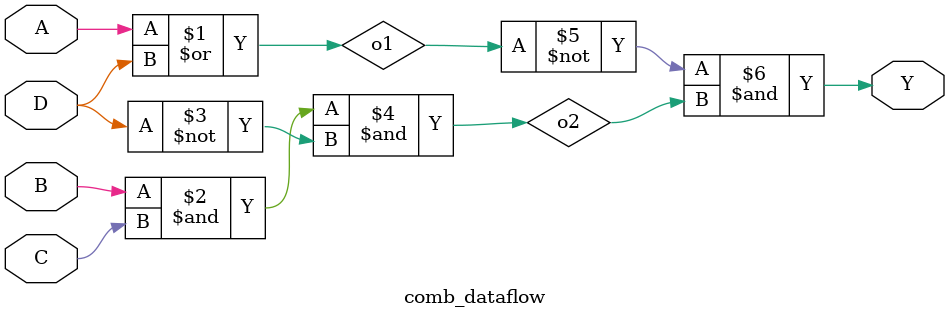
<source format=v>
`timescale 1ns/1ns

module comb_dataflow(output Y, input A, B, C, D);
 wire o1, o2;
 assign o1 = A|D;
 assign o2 = (B&C&~D);
 assign Y = (~o1)&o2;
 
endmodule
</source>
